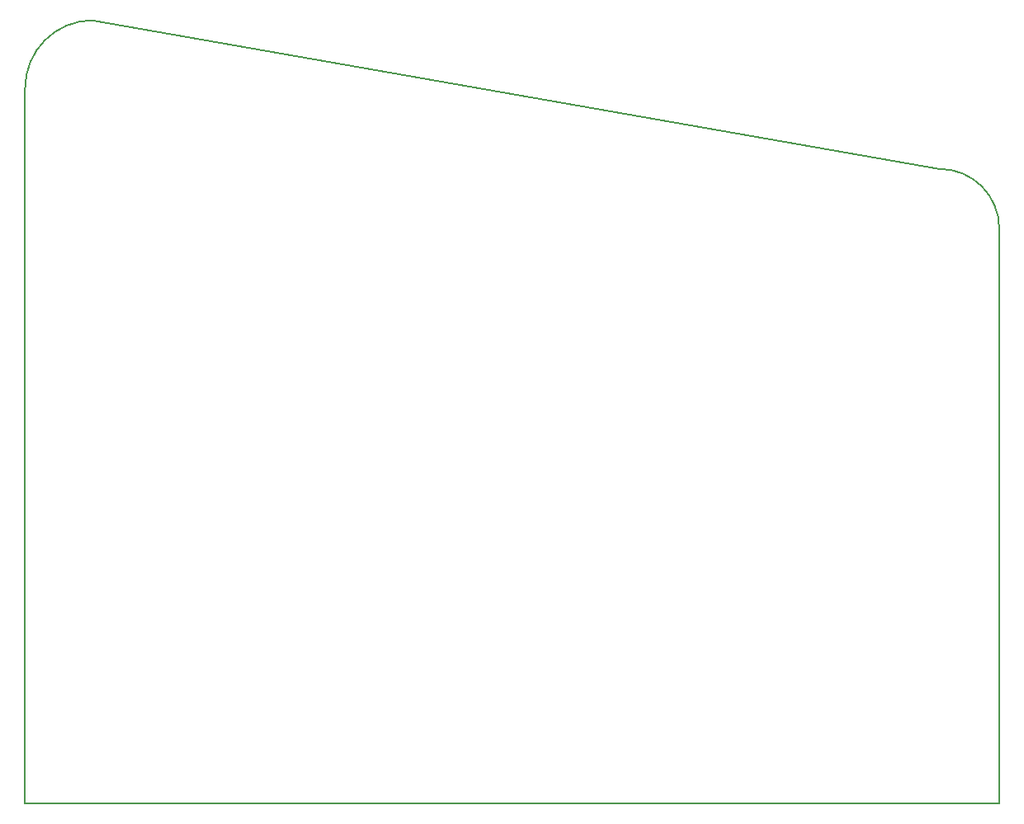
<source format=gm1>
G04 #@! TF.GenerationSoftware,KiCad,Pcbnew,(5.0.0-rc2-dev-130-g0bdae22af-dirty)*
G04 #@! TF.CreationDate,2019-01-26T14:37:01+02:00*
G04 #@! TF.ProjectId,right_keypad,72696768745F6B65797061642E6B6963,rev?*
G04 #@! TF.SameCoordinates,Original*
G04 #@! TF.FileFunction,Profile,NP*
%FSLAX46Y46*%
G04 Gerber Fmt 4.6, Leading zero omitted, Abs format (unit mm)*
G04 Created by KiCad (PCBNEW (5.0.0-rc2-dev-130-g0bdae22af-dirty)) date Sat Jan 26 14:37:01 2019*
%MOMM*%
%LPD*%
G01*
G04 APERTURE LIST*
%ADD10C,0.150000*%
G04 APERTURE END LIST*
D10*
X147967700Y-74790300D02*
X61076840Y-59524900D01*
X61076840Y-59524900D02*
G75*
G03X54114700Y-66487040I0J-6962140D01*
G01*
X154063700Y-80886300D02*
G75*
G03X147967700Y-74790300I-6096000J0D01*
G01*
X54114700Y-139941300D02*
X54114700Y-66487040D01*
X54114700Y-139941300D02*
X154063700Y-139941300D01*
X154063700Y-139941300D02*
X154063700Y-80886300D01*
M02*

</source>
